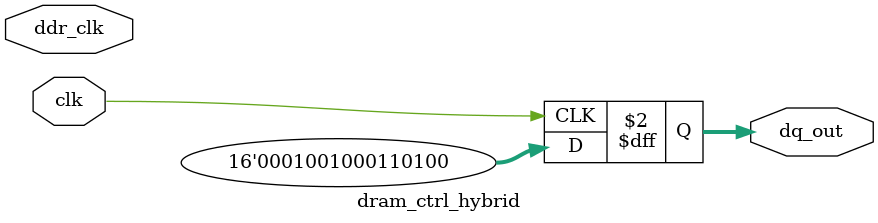
<source format=sv>
module dram_ctrl_hybrid #(
    parameter MODE = 0 // 0=SDR, 1=DDR
)(
    input clk,
    input ddr_clk,
    output reg [15:0] dq_out
);
    generate
        if(MODE == 1) begin : DDR_MODE
            always @(posedge clk or negedge clk) begin
                dq_out <= #1 ddr_clk ? 16'hF0F0 : 16'h0F0F;
            end
        end else begin : SDR_MODE
            always @(posedge clk) begin
                dq_out <= 16'h1234;
            end
        end
    endgenerate
endmodule

</source>
